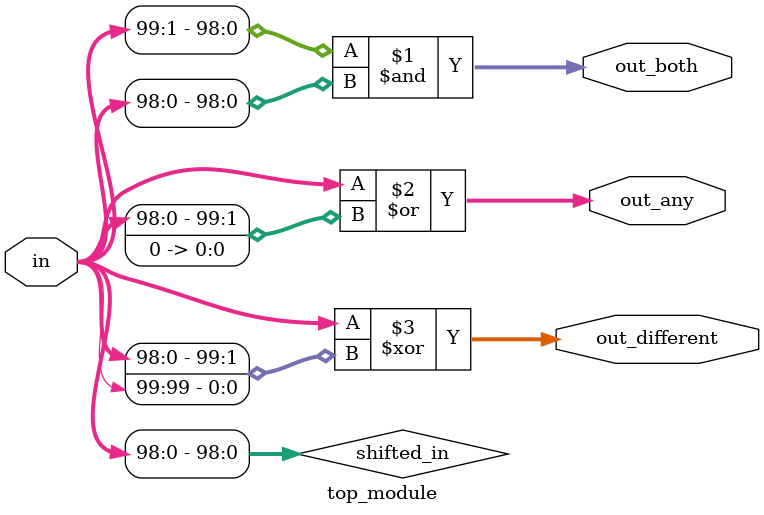
<source format=sv>
module top_module (
    input [99:0] in,
    output [98:0] out_both,
    output [99:0] out_any,
    output [99:0] out_different
);

    wire [99:1] shifted_in;
    
    // Shift the input signal by one bit to the right
    assign shifted_in = in[98:0];

    // Generate out_both signal
    assign out_both = in[99:1] & shifted_in;

    // Generate out_any signal
    assign out_any = in | ({shifted_in, 1'b0});

    // Generate out_different signal
    assign out_different = in ^ ({shifted_in, in[99]});

endmodule

</source>
